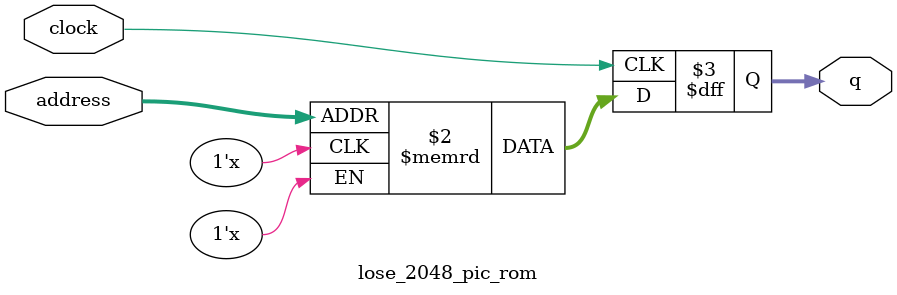
<source format=sv>
module lose_2048_pic_rom (
	input logic clock,
	input logic [14:0] address,
	output logic [4:0] q
);

logic [4:0] memory [0:29999] /* synthesis ram_init_file = "./lose_2048_pic/lose_2048_pic.mif" */;

always_ff @ (posedge clock) begin
	q <= memory[address];
end

endmodule

</source>
